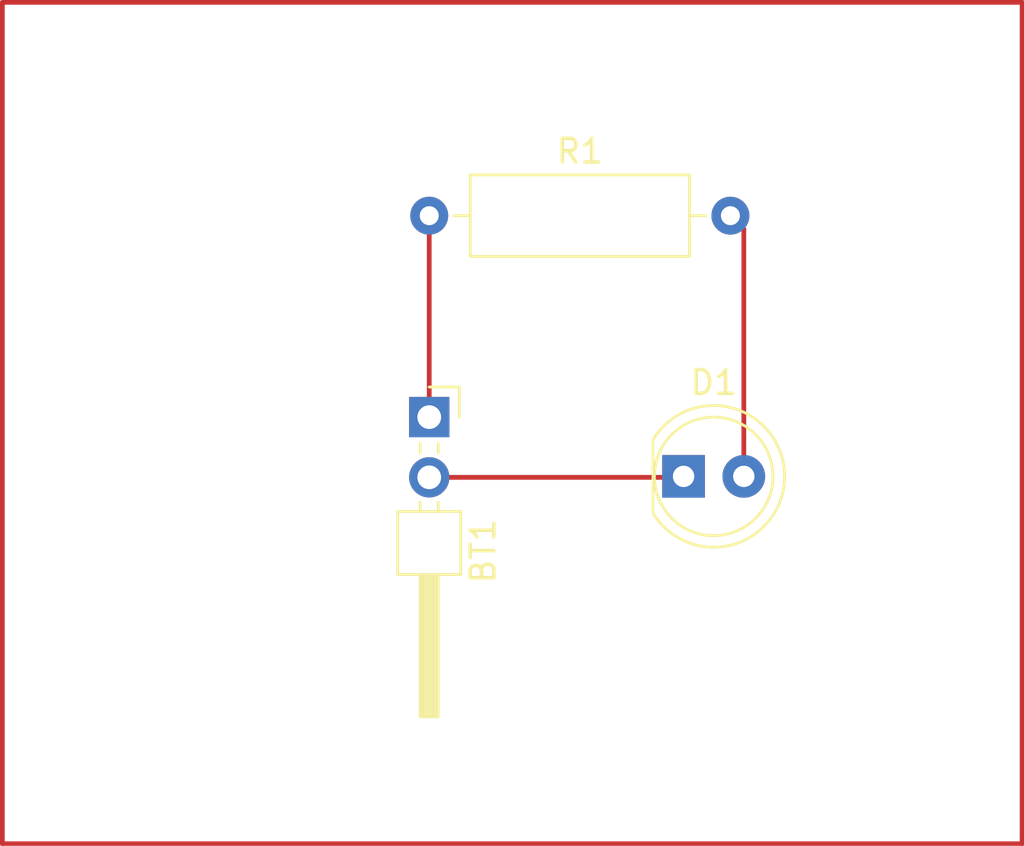
<source format=kicad_pcb>
(kicad_pcb (version 20240108) (generator "pcbnew") (generator_version "8.0")
  (layers (0 "F.Cu" signal) (31 "B.Cu" signal) (34 "B.Paste" user) (35 "F.Paste" user) (36 "B.SilkS" user "B.Silkscreen") (37 "F.SilkS" user "F.Silkscreen") (38 "B.Mask" user) (39 "F.Mask" user) (44 "Edge.Cuts" user))
  (net 0 "")
  (net 1 "Net-(BT1--)")
  (net 2 "Net-(BT1-+)")
  (net 3 "Net-(D1-A)")
  (footprint "Resistor_THT:R_Axial_DIN0309_L9.0mm_D3.2mm_P12.70mm_Horizontal" (layer "F.Cu") (at 98 63.5)
    (property "Reference" "R1" (at 6.35 -2.72 360) (layer "F.SilkS"))
    (property "Value" "470")
    (fp_line (start 1.04 0) (end 1.73 0) (stroke (width 0.12)) (layer "F.SilkS"))
    (fp_line (start 1.73 -1.72) (end 1.73 1.72) (stroke (width 0.12)) (layer "F.SilkS"))
    (fp_line (start 1.73 1.72) (end 10.97 1.72) (stroke (width 0.12)) (layer "F.SilkS"))
    (fp_line (start 10.97 -1.72) (end 1.73 -1.72) (stroke (width 0.12)) (layer "F.SilkS"))
    (fp_line (start 10.97 1.72) (end 10.97 -1.72) (stroke (width 0.12)) (layer "F.SilkS"))
    (fp_line (start 11.66 0) (end 10.97 0) (stroke (width 0.12)) (layer "F.SilkS"))
    (pad "1" thru_hole circle (at 0 0) (size 1.6 1.6) (drill 0.8) (layers "*.Cu" "*.Mask") (net 2 "Net-(BT1-+)"))
    (pad "2" thru_hole oval (at 12.7 0) (size 1.6 1.6) (drill 0.8) (layers "*.Cu" "*.Mask") (net 3 "Net-(D1-A)"))
  )
  (footprint "LED_THT:LED_D5.0mm" (layer "F.Cu") (at 108.725 74.5)
    (property "Reference" "D1" (at 1.27 -3.96 360) (layer "F.SilkS"))
    (property "Value" "LED")
    (fp_line (start -1.29 -1.545) (end -1.29 1.545) (stroke (width 0.12)) (layer "F.SilkS"))
    (fp_arc (start -1.29 -1.54483) (mid 2.072002 -2.880433) (end 4.26 0.000462) (stroke (width 0.12)) (layer "F.SilkS"))
    (fp_arc (start 4.26 -0.000462) (mid 2.072002 2.880433) (end -1.29 1.54483) (stroke (width 0.12)) (layer "F.SilkS"))
    (fp_circle (center 1.27 0) (end 3.77 0) (stroke (width 0.12)) (fill none) (layer "F.SilkS"))
    (pad "1" thru_hole rect (at 0 0) (size 1.8 1.8) (drill 0.9) (layers "*.Cu" "*.Mask") (net 1 "Net-(BT1--)"))
    (pad "2" thru_hole circle (at 2.54 0) (size 1.8 1.8) (drill 0.9) (layers "*.Cu" "*.Mask") (net 3 "Net-(D1-A)"))
  )
  (footprint "Connector_PinHeader_2.54mm:PinHeader_2x01_P2.54mm_Horizontal" (layer "F.Cu") (at 98 72 -90)
    (property "Reference" "BT1" (at 5.655 -2.27 90) (layer "F.SilkS"))
    (property "Value" "9V")
    (fp_line (start 3.98 1.33) (end 6.64 1.33) (stroke (width 0.12)) (layer "F.SilkS"))
    (fp_line (start 6.64 1.33) (end 6.64 -1.33) (stroke (width 0.12)) (layer "F.SilkS"))
    (fp_line (start 1.11 0.38) (end 1.497071 0.38) (stroke (width 0.12)) (layer "F.SilkS"))
    (fp_line (start 3.582929 0.38) (end 3.98 0.38) (stroke (width 0.12)) (layer "F.SilkS"))
    (fp_line (start 12.64 0.38) (end 6.64 0.38) (stroke (width 0.12)) (layer "F.SilkS"))
    (fp_line (start 6.64 0.28) (end 12.64 0.28) (stroke (width 0.12)) (layer "F.SilkS"))
    (fp_line (start 6.64 0.16) (end 12.64 0.16) (stroke (width 0.12)) (layer "F.SilkS"))
    (fp_line (start 6.64 0.04) (end 12.64 0.04) (stroke (width 0.12)) (layer "F.SilkS"))
    (fp_line (start -1.27 0) (end -1.27 -1.27) (stroke (width 0.12)) (layer "F.SilkS"))
    (fp_line (start 6.64 -0.08) (end 12.64 -0.08) (stroke (width 0.12)) (layer "F.SilkS"))
    (fp_line (start 6.64 -0.2) (end 12.64 -0.2) (stroke (width 0.12)) (layer "F.SilkS"))
    (fp_line (start 6.64 -0.32) (end 12.64 -0.32) (stroke (width 0.12)) (layer "F.SilkS"))
    (fp_line (start 1.11 -0.38) (end 1.497071 -0.38) (stroke (width 0.12)) (layer "F.SilkS"))
    (fp_line (start 3.582929 -0.38) (end 3.98 -0.38) (stroke (width 0.12)) (layer "F.SilkS"))
    (fp_line (start 6.64 -0.38) (end 12.64 -0.38) (stroke (width 0.12)) (layer "F.SilkS"))
    (fp_line (start 12.64 -0.38) (end 12.64 0.38) (stroke (width 0.12)) (layer "F.SilkS"))
    (fp_line (start -1.27 -1.27) (end 0 -1.27) (stroke (width 0.12)) (layer "F.SilkS"))
    (fp_line (start 3.98 -1.33) (end 3.98 1.33) (stroke (width 0.12)) (layer "F.SilkS"))
    (fp_line (start 6.64 -1.33) (end 3.98 -1.33) (stroke (width 0.12)) (layer "F.SilkS"))
    (pad "1" thru_hole rect (at 0 0 270) (size 1.7 1.7) (drill 1) (layers "*.Cu" "*.Mask") (net 2 "Net-(BT1-+)"))
    (pad "2" thru_hole oval (at 2.54 0 270) (size 1.7 1.7) (drill 1) (layers "*.Cu" "*.Mask") (net 1 "Net-(BT1--)"))
  )
  (gr_line (start 123 54.5) (end 80 54.5) (stroke (width 0.2)) (layer "F.Cu"))
  (gr_line (start 123 90) (end 123 54.5) (stroke (width 0.2)) (layer "F.Cu"))
  (gr_line (start 80 90) (end 123 90) (stroke (width 0.2)) (layer "F.Cu"))
  (gr_line (start 80 54.5) (end 80 90) (stroke (width 0.2)) (layer "F.Cu"))
  (segment (start 108.685 74.54) (end 108.725 74.5) (width 0.2) (layer "F.Cu") (net 1))
  (segment (start 98 74.54) (end 108.685 74.54) (width 0.2) (layer "F.Cu") (net 1))
  (segment (start 98 63.5) (end 98 72) (width 0.2) (layer "F.Cu") (net 2))
  (segment (start 111.265 64.065) (end 110.7 63.5) (width 0.2) (layer "F.Cu") (net 3))
  (segment (start 111.265 74.5) (end 111.265 64.065) (width 0.2) (layer "F.Cu") (net 3))
)
</source>
